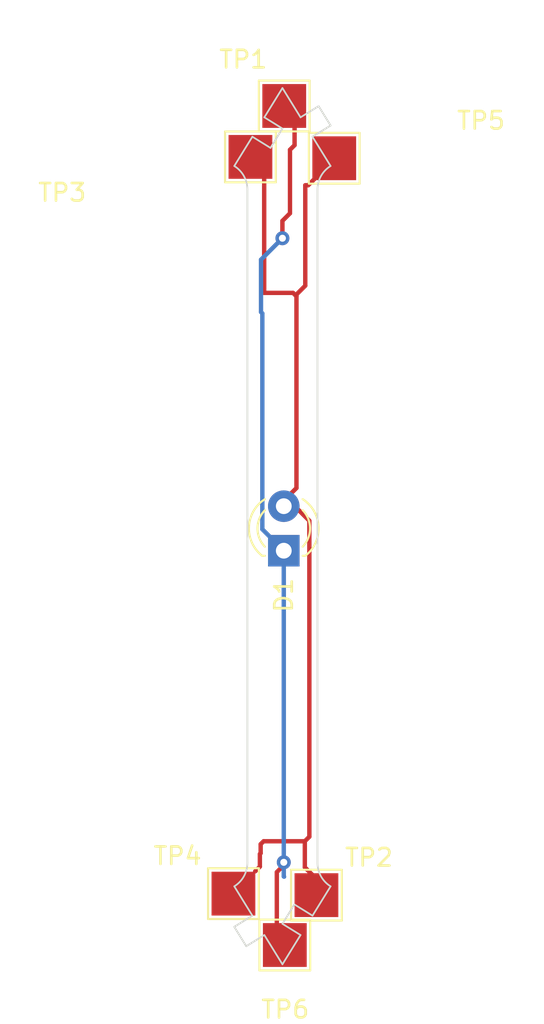
<source format=kicad_pcb>
(kicad_pcb (version 20211014) (generator pcbnew)
  (layers (0 "F.Cu" signal) (31 "B.Cu" signal) (34 "B.Paste" user) (35 "F.Paste" user) (36 "B.SilkS" user "B.Silkscreen") (37 "F.SilkS" user "F.Silkscreen") (38 "B.Mask" user) (39 "F.Mask" user) (44 "Edge.Cuts" user))
  (net 0 "")
  (net 1 "GND")
  (net 2 "+5V")
  (footprint "TestPoint:TestPoint_Pad_2.5x2.5mm" (layer "F.Cu") (at 164.425336 139.033955)
    (fp_text reference "TP2" (at 3.000797 -2.148) (layer "F.SilkS"))
    (fp_text value "TestPoint")
    (fp_line (start -1.45 1.45) (end -1.45 -1.45) (layer "F.SilkS") (width 0.12))
    (fp_line (start 1.45 -1.45) (end 1.45 1.45) (layer "F.SilkS") (width 0.12))
    (fp_line (start -1.45 -1.45) (end 1.45 -1.45) (layer "F.SilkS") (width 0.12))
    (fp_line (start 1.45 1.45) (end -1.45 1.45) (layer "F.SilkS") (width 0.12))
    (pad "1" smd rect (at 0 0) (size 2.5 2.5) (layers "F.Cu" "F.Mask") (net 2 "+5V"))
  )
  (footprint "TestPoint:TestPoint_Pad_2.5x2.5mm" (layer "F.Cu") (at 165.442302 96.98787)
    (fp_text reference "TP5" (at 8.381795 -2.148) (layer "F.SilkS"))
    (fp_text value "TestPoint")
    (fp_line (start -1.45 1.45) (end -1.45 -1.45) (layer "F.SilkS") (width 0.12))
    (fp_line (start -1.45 -1.45) (end 1.45 -1.45) (layer "F.SilkS") (width 0.12))
    (fp_line (start 1.45 -1.45) (end 1.45 1.45) (layer "F.SilkS") (width 0.12))
    (fp_line (start 1.45 1.45) (end -1.45 1.45) (layer "F.SilkS") (width 0.12))
    (pad "1" smd rect (at 0 0) (size 2.5 2.5) (layers "F.Cu" "F.Mask") (net 2 "+5V"))
  )
  (footprint "LED_THT:LED_D3.0mm" (layer "F.Cu") (at 162.56 119.38 90)
    (fp_text reference "D1" (at -2.54 0 90) (layer "F.SilkS"))
    (fp_text value "LED")
    (fp_line (start -0.29 1.08) (end -0.29 1.236) (layer "F.SilkS") (width 0.12))
    (fp_line (start -0.29 -1.236) (end -0.29 -1.08) (layer "F.SilkS") (width 0.12))
    (fp_arc (start 2.942335 1.078608) (mid 1.366487 1.987659) (end -0.29 1.235516) (layer "F.SilkS") (width 0.12))
    (fp_arc (start 0.229039 -1.08) (mid 1.270117 -1.5) (end 2.31113 -1.079837) (layer "F.SilkS") (width 0.12))
    (fp_arc (start 2.31113 1.079837) (mid 1.270117 1.5) (end 0.229039 1.08) (layer "F.SilkS") (width 0.12))
    (fp_arc (start -0.29 -1.235516) (mid 1.366487 -1.987659) (end 2.942335 -1.078608) (layer "F.SilkS") (width 0.12))
    (pad "1" thru_hole rect (at 0 0 90) (size 1.8 1.8) (drill 0.9) (layers *.Cu *.Mask) (net 1 "GND"))
    (pad "2" thru_hole circle (at 2.54 0 90) (size 1.8 1.8) (drill 0.9) (layers *.Cu *.Mask) (net 2 "+5V"))
  )
  (footprint "TestPoint:TestPoint_Pad_2.5x2.5mm" (layer "F.Cu") (at 162.618878 141.879611)
    (fp_text reference "TP6" (at 0.027453 3.675156) (layer "F.SilkS"))
    (fp_text value "TestPoint")
    (fp_line (start 1.45 -1.45) (end 1.45 1.45) (layer "F.SilkS") (width 0.12))
    (fp_line (start -1.45 1.45) (end -1.45 -1.45) (layer "F.SilkS") (width 0.12))
    (fp_line (start 1.45 1.45) (end -1.45 1.45) (layer "F.SilkS") (width 0.12))
    (fp_line (start -1.45 -1.45) (end 1.45 -1.45) (layer "F.SilkS") (width 0.12))
    (pad "1" smd rect (at 0 0) (size 2.5 2.5) (layers "F.Cu" "F.Mask") (net 1 "GND"))
  )
  (footprint "TestPoint:TestPoint_Pad_2.5x2.5mm" (layer "F.Cu") (at 160.656658 96.909952)
    (fp_text reference "TP3" (at -10.747668 2.036128) (layer "F.SilkS"))
    (fp_text value "TestPoint")
    (fp_line (start 1.45 -1.45) (end 1.45 1.45) (layer "F.SilkS") (width 0.12))
    (fp_line (start -1.45 1.45) (end -1.45 -1.45) (layer "F.SilkS") (width 0.12))
    (fp_line (start -1.45 -1.45) (end 1.45 -1.45) (layer "F.SilkS") (width 0.12))
    (fp_line (start 1.45 1.45) (end -1.45 1.45) (layer "F.SilkS") (width 0.12))
    (pad "1" smd rect (at 0 0) (size 2.5 2.5) (layers "F.Cu" "F.Mask") (net 2 "+5V"))
  )
  (footprint "TestPoint:TestPoint_Pad_2.5x2.5mm" (layer "F.Cu") (at 159.685813 138.946545)
    (fp_text reference "TP4" (at -3.191667 -2.148) (layer "F.SilkS"))
    (fp_text value "TestPoint")
    (fp_line (start -1.45 -1.45) (end 1.45 -1.45) (layer "F.SilkS") (width 0.12))
    (fp_line (start -1.45 1.45) (end -1.45 -1.45) (layer "F.SilkS") (width 0.12))
    (fp_line (start 1.45 -1.45) (end 1.45 1.45) (layer "F.SilkS") (width 0.12))
    (fp_line (start 1.45 1.45) (end -1.45 1.45) (layer "F.SilkS") (width 0.12))
    (pad "1" smd rect (at 0 0) (size 2.5 2.5) (layers "F.Cu" "F.Mask") (net 2 "+5V"))
  )
  (footprint "TestPoint:TestPoint_Pad_2.5x2.5mm" (layer "F.Cu") (at 162.586933 94.004301)
    (fp_text reference "TP1" (at -2.343215 -2.65796) (layer "F.SilkS"))
    (fp_text value "TestPoint")
    (fp_line (start 1.45 -1.45) (end 1.45 1.45) (layer "F.SilkS") (width 0.12))
    (fp_line (start 1.45 1.45) (end -1.45 1.45) (layer "F.SilkS") (width 0.12))
    (fp_line (start -1.45 -1.45) (end 1.45 -1.45) (layer "F.SilkS") (width 0.12))
    (fp_line (start -1.45 1.45) (end -1.45 -1.45) (layer "F.SilkS") (width 0.12))
    (pad "1" smd rect (at 0 0) (size 2.5 2.5) (layers "F.Cu" "F.Mask") (net 1 "GND"))
  )
  (gr_line (start 160.766941 95.75845) (end 159.733666 97.430324) (layer "Edge.Cuts") (width 0.1))
  (gr_line (start 162.483666 92.98073) (end 161.450391 94.652604) (layer "Edge.Cuts") (width 0.1))
  (gr_line (start 164.483666 98.775527) (end 164.483666 137.185933) (layer "Edge.Cuts") (width 0.1))
  (gr_arc (start 164.483666 98.775527) (mid 164.683834 98.00545) (end 165.233666 97.430324) (layer "Edge.Cuts") (width 0.1))
  (gr_arc (start 160.483666 137.185933) (mid 160.283498 137.95601) (end 159.733666 138.531137) (layer "Edge.Cuts") (width 0.1))
  (gr_line (start 164.550216 94.014005) (end 163.516941 94.652604) (layer "Edge.Cuts") (width 0.1))
  (gr_arc (start 165.233666 138.531137) (mid 164.683834 137.95601) (end 164.483666 137.185933) (layer "Edge.Cuts") (width 0.1))
  (gr_line (start 164.200391 95.75845) (end 165.233666 95.119851) (layer "Edge.Cuts") (width 0.1))
  (gr_arc (start 159.733666 97.430324) (mid 160.283498 98.00545) (end 160.483666 98.775527) (layer "Edge.Cuts") (width 0.1))
  (gr_line (start 163.516941 94.652604) (end 162.483666 92.98073) (layer "Edge.Cuts") (width 0.1))
  (gr_line (start 160.766941 140.20301) (end 159.733666 138.531137) (layer "Edge.Cuts") (width 0.1))
  (gr_line (start 162.483666 142.98073) (end 161.450391 141.308856) (layer "Edge.Cuts") (width 0.1))
  (gr_line (start 160.417116 141.947455) (end 159.733666 140.841609) (layer "Edge.Cuts") (width 0.1))
  (gr_line (start 163.167116 139.564411) (end 162.483666 140.670257) (layer "Edge.Cuts") (width 0.1))
  (gr_line (start 164.200391 140.20301) (end 163.167116 139.564411) (layer "Edge.Cuts") (width 0.1))
  (gr_line (start 159.733666 140.841609) (end 160.766941 140.20301) (layer "Edge.Cuts") (width 0.1))
  (gr_line (start 160.483666 137.185933) (end 160.483666 98.775527) (layer "Edge.Cuts") (width 0.1))
  (gr_line (start 161.450391 94.652604) (end 162.483666 95.291203) (layer "Edge.Cuts") (width 0.1))
  (gr_line (start 165.233666 95.119851) (end 164.550216 94.014005) (layer "Edge.Cuts") (width 0.1))
  (gr_line (start 165.233666 138.531137) (end 164.200391 140.20301) (layer "Edge.Cuts") (width 0.1))
  (gr_line (start 163.516941 141.308856) (end 162.483666 142.98073) (layer "Edge.Cuts") (width 0.1))
  (gr_line (start 161.450391 141.308856) (end 160.417116 141.947455) (layer "Edge.Cuts") (width 0.1))
  (gr_line (start 162.483666 140.670257) (end 163.516941 141.308856) (layer "Edge.Cuts") (width 0.1))
  (gr_line (start 162.483666 95.291203) (end 161.800216 96.397049) (layer "Edge.Cuts") (width 0.1))
  (gr_line (start 165.233666 97.430324) (end 164.200391 95.75845) (layer "Edge.Cuts") (width 0.1))
  (gr_line (start 161.800216 96.397049) (end 160.766941 95.75845) (layer "Edge.Cuts") (width 0.1))
  (segment (start 163.176576 94.593944) (end 162.586933 94.004301) (width 0.25) (layer "F.Cu") (net 1))
  (segment (start 162.56 137.16) (end 162.532547 137.187453) (width 0.25) (layer "F.Cu") (net 1))
  (segment (start 163.711857 94.689076) (end 162.721874 93.699093) (width 0.25) (layer "F.Cu") (net 1))
  (segment (start 163.176576 96.241274) (end 163.176576 94.593944) (width 0.25) (layer "F.Cu") (net 1))
  (segment (start 162.162233 137.721405) (end 162.162233 141.422966) (width 0.25) (layer "F.Cu") (net 1))
  (segment (start 162.56 137.16) (end 162.418123 137.16) (width 0.25) (layer "F.Cu") (net 1))
  (segment (start 162.162233 141.422966) (end 162.618878 141.879611) (width 0.25) (layer "F.Cu") (net 1))
  (segment (start 162.482335 101.551411) (end 162.482335 100.560551) (width 0.25) (layer "F.Cu") (net 1))
  (segment (start 162.914768 96.503082) (end 163.176576 96.241274) (width 0.25) (layer "F.Cu") (net 1))
  (segment (start 162.56 137.16) (end 162.56 137.323638) (width 0.25) (layer "F.Cu") (net 1))
  (segment (start 162.914768 100.128118) (end 162.914768 96.503082) (width 0.25) (layer "F.Cu") (net 1))
  (segment (start 162.56 137.323638) (end 162.162233 137.721405) (width 0.25) (layer "F.Cu") (net 1))
  (segment (start 162.482335 100.560551) (end 162.914768 100.128118) (width 0.25) (layer "F.Cu") (net 1))
  (via (at 162.56 137.16) (size 0.8) (drill 0.4) (layers "F.Cu" "B.Cu") (net 1))
  (via (at 162.482335 101.551411) (size 0.8) (drill 0.4) (layers "F.Cu" "B.Cu") (net 1))
  (segment (start 161.260474 102.773272) (end 162.482335 101.551411) (width 0.25) (layer "B.Cu") (net 1))
  (segment (start 161.260474 105.764724) (end 161.260474 102.773272) (width 0.25) (layer "B.Cu") (net 1))
  (segment (start 162.56 137.16) (end 162.56 137.963695) (width 0.25) (layer "B.Cu") (net 1))
  (segment (start 162.56 119.38) (end 162.56 137.16) (width 0.25) (layer "B.Cu") (net 1))
  (segment (start 162.56 119.38) (end 161.335489 118.155489) (width 0.25) (layer "B.Cu") (net 1))
  (segment (start 162.56 137.963695) (end 162.577583 137.981278) (width 0.25) (layer "B.Cu") (net 1))
  (segment (start 161.335489 118.155489) (end 161.335489 105.839739) (width 0.25) (layer "B.Cu") (net 1))
  (segment (start 161.335489 105.839739) (end 161.260474 105.764724) (width 0.25) (layer "B.Cu") (net 1))
  (segment (start 162.56 119.38) (end 161.835489 120.104511) (width 0.25) (layer "B.Cu") (net 1))
  (segment (start 163.284511 115.803274) (end 163.284511 104.864511) (width 0.25) (layer "F.Cu") (net 2))
  (segment (start 163.284511 104.864511) (end 163.088387 104.668387) (width 0.25) (layer "F.Cu") (net 2))
  (segment (start 163.761899 137.445709) (end 164.830971 138.514781) (width 0.25) (layer "F.Cu") (net 2))
  (segment (start 163.188339 116.84) (end 164.020664 117.672325) (width 0.25) (layer "F.Cu") (net 2))
  (segment (start 162.56 116.84) (end 163.188339 116.84) (width 0.25) (layer "F.Cu") (net 2))
  (segment (start 161.194904 136.68762) (end 161.194904 137.406732) (width 0.25) (layer "F.Cu") (net 2))
  (segment (start 161.441647 97.715461) (end 160.511371 96.785185) (width 0.25) (layer "F.Cu") (net 2))
  (segment (start 163.761899 135.958101) (end 161.40841 135.958101) (width 0.25) (layer "F.Cu") (net 2))
  (segment (start 161.441647 104.668387) (end 161.441647 98.38353) (width 0.25) (layer "F.Cu") (net 2))
  (segment (start 164.020664 117.672325) (end 164.020664 135.699336) (width 0.25) (layer "F.Cu") (net 2))
  (segment (start 163.284511 104.864511) (end 163.284511 104.761366) (width 0.25) (layer "F.Cu") (net 2))
  (segment (start 163.088387 104.668387) (end 161.441647 104.668387) (width 0.25) (layer "F.Cu") (net 2))
  (segment (start 161.239878 136.126633) (end 161.239878 136.642646) (width 0.25) (layer "F.Cu") (net 2))
  (segment (start 161.40841 135.958101) (end 161.239878 136.126633) (width 0.25) (layer "F.Cu") (net 2))
  (segment (start 161.239878 136.642646) (end 161.194904 136.68762) (width 0.25) (layer "F.Cu") (net 2))
  (segment (start 163.787515 104.258362) (end 163.787515 98.528256) (width 0.25) (layer "F.Cu") (net 2))
  (segment (start 161.194904 137.406732) (end 160.926849 137.674787) (width 0.25) (layer "F.Cu") (net 2))
  (segment (start 162.56 116.527785) (end 163.284511 115.803274) (width 0.25) (layer "F.Cu") (net 2))
  (segment (start 163.787515 98.528256) (end 163.954204 98.528256) (width 0.25) (layer "F.Cu") (net 2))
  (segment (start 163.761899 135.958101) (end 163.761899 137.445709) (width 0.25) (layer "F.Cu") (net 2))
  (segment (start 163.284511 104.761366) (end 163.787515 104.258362) (width 0.25) (layer "F.Cu") (net 2))
  (segment (start 161.441647 98.38353) (end 161.441647 97.715461) (width 0.25) (layer "F.Cu") (net 2))
  (segment (start 163.954204 98.528256) (end 164.402567 98.079893) (width 0.25) (layer "F.Cu") (net 2))
  (segment (start 164.020664 135.699336) (end 163.761899 135.958101) (width 0.25) (layer "F.Cu") (net 2))
  (segment (start 162.56 116.84) (end 162.56 116.527785) (width 0.25) (layer "F.Cu") (net 2))
)
</source>
